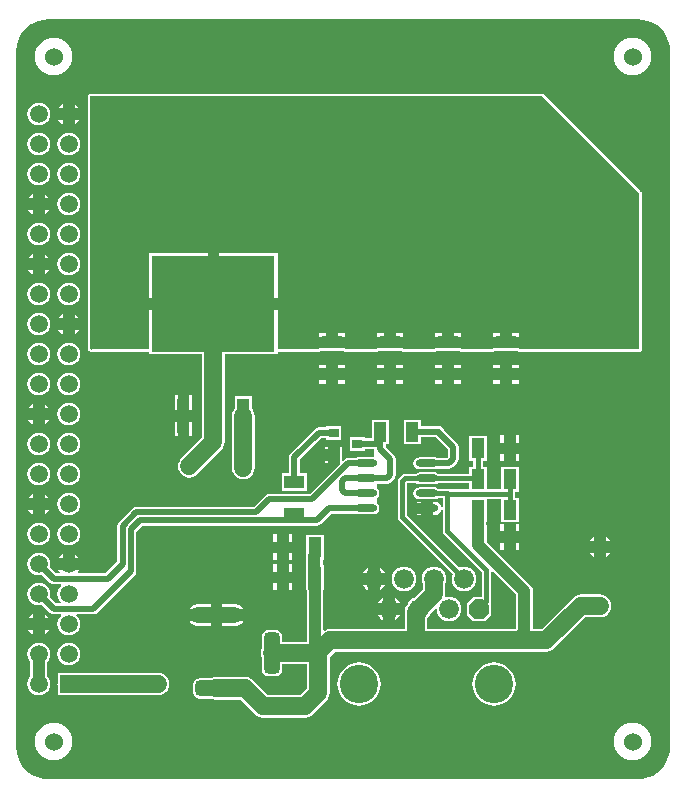
<source format=gtl>
G04 Layer_Physical_Order=1*
G04 Layer_Color=255*
%FSAX44Y44*%
%MOMM*%
G71*
G01*
G75*
%ADD10R,1.1000X1.7000*%
%ADD11R,1.7000X1.1000*%
%ADD12R,10.4500X8.1000*%
%ADD13R,1.0000X3.0000*%
%ADD14O,1.9000X0.6000*%
%ADD15R,0.9000X0.8000*%
%ADD16C,0.3810*%
%ADD17C,1.0000*%
%ADD18C,0.5080*%
%ADD19C,1.5000*%
%ADD20C,1.5240*%
%ADD21R,1.5000X1.5000*%
%ADD22C,1.5000*%
%ADD23C,3.2500*%
%ADD24P,1.8145X8X22.5*%
%ADD25C,1.6764*%
G04:AMPARAMS|DCode=26|XSize=3.5mm|YSize=1.3mm|CornerRadius=0.325mm|HoleSize=0mm|Usage=FLASHONLY|Rotation=270.000|XOffset=0mm|YOffset=0mm|HoleType=Round|Shape=RoundedRectangle|*
%AMROUNDEDRECTD26*
21,1,3.5000,0.6500,0,0,270.0*
21,1,2.8500,1.3000,0,0,270.0*
1,1,0.6500,-0.3250,-1.4250*
1,1,0.6500,-0.3250,1.4250*
1,1,0.6500,0.3250,1.4250*
1,1,0.6500,0.3250,-1.4250*
%
%ADD26ROUNDEDRECTD26*%
G04:AMPARAMS|DCode=27|XSize=3.5mm|YSize=1.3mm|CornerRadius=0.325mm|HoleSize=0mm|Usage=FLASHONLY|Rotation=180.000|XOffset=0mm|YOffset=0mm|HoleType=Round|Shape=RoundedRectangle|*
%AMROUNDEDRECTD27*
21,1,3.5000,0.6500,0,0,180.0*
21,1,2.8500,1.3000,0,0,180.0*
1,1,0.6500,-1.4250,0.3250*
1,1,0.6500,1.4250,0.3250*
1,1,0.6500,1.4250,-0.3250*
1,1,0.6500,-1.4250,-0.3250*
%
%ADD27ROUNDEDRECTD27*%
G04:AMPARAMS|DCode=28|XSize=4mm|YSize=1.3mm|CornerRadius=0.325mm|HoleSize=0mm|Usage=FLASHONLY|Rotation=180.000|XOffset=0mm|YOffset=0mm|HoleType=Round|Shape=RoundedRectangle|*
%AMROUNDEDRECTD28*
21,1,4.0000,0.6500,0,0,180.0*
21,1,3.3500,1.3000,0,0,180.0*
1,1,0.6500,-1.6750,0.3250*
1,1,0.6500,1.6750,0.3250*
1,1,0.6500,1.6750,-0.3250*
1,1,0.6500,-1.6750,-0.3250*
%
%ADD28ROUNDEDRECTD28*%
%ADD29C,0.6000*%
G36*
X00634174Y00846357D02*
X00638246Y00845379D01*
X00642115Y00843777D01*
X00645685Y00841589D01*
X00648869Y00838869D01*
X00651589Y00835685D01*
X00653777Y00832115D01*
X00655379Y00828246D01*
X00656357Y00824174D01*
X00656680Y00820070D01*
X00656666Y00820000D01*
Y00230000D01*
X00656680Y00229930D01*
X00656357Y00225826D01*
X00655379Y00221754D01*
X00653777Y00217885D01*
X00651589Y00214315D01*
X00648869Y00211131D01*
X00645685Y00208411D01*
X00642115Y00206223D01*
X00638246Y00204621D01*
X00634174Y00203643D01*
X00630070Y00203320D01*
X00630000Y00203334D01*
X00130000D01*
X00129930Y00203320D01*
X00125826Y00203643D01*
X00121754Y00204621D01*
X00117885Y00206223D01*
X00114315Y00208411D01*
X00111131Y00211131D01*
X00108411Y00214315D01*
X00106223Y00217885D01*
X00104621Y00221754D01*
X00103643Y00225826D01*
X00103320Y00229930D01*
X00103334Y00230000D01*
Y00820000D01*
X00103320Y00820070D01*
X00103643Y00824174D01*
X00104621Y00828246D01*
X00106223Y00832115D01*
X00108411Y00835685D01*
X00111131Y00838869D01*
X00114315Y00841589D01*
X00117885Y00843777D01*
X00121754Y00845379D01*
X00125826Y00846357D01*
X00129930Y00846680D01*
X00130000Y00846666D01*
X00630000D01*
X00630070Y00846680D01*
X00634174Y00846357D01*
D02*
G37*
%LPC*%
G36*
X00446160Y00427410D02*
X00442171D01*
X00442498Y00427191D01*
X00444660Y00426762D01*
X00446160D01*
Y00427410D01*
D02*
G37*
G36*
X00117300Y00431100D02*
X00113504D01*
X00113530Y00431037D01*
X00115139Y00428939D01*
X00117237Y00427330D01*
X00117300Y00427304D01*
Y00431100D01*
D02*
G37*
G36*
X00529210Y00419320D02*
X00526170D01*
Y00413280D01*
X00529210D01*
Y00419320D01*
D02*
G37*
G36*
X00147700Y00445682D02*
X00145220Y00445355D01*
X00142909Y00444398D01*
X00140925Y00442876D01*
X00139402Y00440891D01*
X00138445Y00438580D01*
X00138118Y00436100D01*
X00138445Y00433620D01*
X00139402Y00431309D01*
X00140925Y00429325D01*
X00142909Y00427802D01*
X00145220Y00426845D01*
X00147700Y00426518D01*
X00150180Y00426845D01*
X00152491Y00427802D01*
X00154475Y00429325D01*
X00155998Y00431309D01*
X00156955Y00433620D01*
X00157282Y00436100D01*
X00156955Y00438580D01*
X00155998Y00440891D01*
X00154475Y00442876D01*
X00152491Y00444398D01*
X00150180Y00445355D01*
X00147700Y00445682D01*
D02*
G37*
G36*
X00117300Y00444896D02*
X00117237Y00444870D01*
X00115139Y00443261D01*
X00113530Y00441163D01*
X00113504Y00441100D01*
X00117300D01*
Y00444896D01*
D02*
G37*
G36*
X00127300D02*
Y00441100D01*
X00131096D01*
X00131070Y00441163D01*
X00129461Y00443261D01*
X00127363Y00444870D01*
X00127300Y00444896D01*
D02*
G37*
G36*
X00131096Y00431100D02*
X00127300D01*
Y00427304D01*
X00127363Y00427330D01*
X00129461Y00428939D01*
X00131070Y00431037D01*
X00131096Y00431100D01*
D02*
G37*
G36*
X00446160Y00438059D02*
X00444660D01*
X00442498Y00437629D01*
X00442171Y00437410D01*
X00446160D01*
Y00438059D01*
D02*
G37*
G36*
X00516170Y00419320D02*
X00513130D01*
Y00413280D01*
X00516170D01*
Y00419320D01*
D02*
G37*
G36*
X00122300Y00420282D02*
X00119820Y00419955D01*
X00117509Y00418998D01*
X00115525Y00417476D01*
X00114002Y00415491D01*
X00113045Y00413180D01*
X00112718Y00410700D01*
X00113045Y00408220D01*
X00114002Y00405909D01*
X00115525Y00403925D01*
X00117509Y00402402D01*
X00119820Y00401445D01*
X00122300Y00401118D01*
X00124780Y00401445D01*
X00127091Y00402402D01*
X00129075Y00403925D01*
X00130598Y00405909D01*
X00131556Y00408220D01*
X00131882Y00410700D01*
X00131556Y00413180D01*
X00130598Y00415491D01*
X00129075Y00417476D01*
X00127091Y00418998D01*
X00124780Y00419955D01*
X00122300Y00420282D01*
D02*
G37*
G36*
X00147700D02*
X00145220Y00419955D01*
X00142909Y00418998D01*
X00140925Y00417476D01*
X00139402Y00415491D01*
X00138445Y00413180D01*
X00138118Y00410700D01*
X00138445Y00408220D01*
X00139402Y00405909D01*
X00140925Y00403925D01*
X00142909Y00402402D01*
X00145220Y00401445D01*
X00147700Y00401118D01*
X00150180Y00401445D01*
X00152491Y00402402D01*
X00154475Y00403925D01*
X00155998Y00405909D01*
X00156955Y00408220D01*
X00157282Y00410700D01*
X00156955Y00413180D01*
X00155998Y00415491D01*
X00154475Y00417476D01*
X00152491Y00418998D01*
X00150180Y00419955D01*
X00147700Y00420282D01*
D02*
G37*
G36*
X00516170Y00403280D02*
X00513130D01*
Y00397240D01*
X00516170D01*
Y00403280D01*
D02*
G37*
G36*
X00529210D02*
X00526170D01*
Y00397240D01*
X00529210D01*
Y00403280D01*
D02*
G37*
G36*
X00592500Y00408796D02*
X00592437Y00408770D01*
X00590339Y00407161D01*
X00588730Y00405063D01*
X00588704Y00405000D01*
X00592500D01*
Y00408796D01*
D02*
G37*
G36*
X00602500D02*
Y00405000D01*
X00606296D01*
X00606270Y00405063D01*
X00604661Y00407161D01*
X00602563Y00408770D01*
X00602500Y00408796D01*
D02*
G37*
G36*
X00324070Y00410430D02*
X00321030D01*
Y00404390D01*
X00324070D01*
Y00410430D01*
D02*
G37*
G36*
X00337110D02*
X00334070D01*
Y00404390D01*
X00337110D01*
Y00410430D01*
D02*
G37*
G36*
X00516170Y00494250D02*
X00513130D01*
Y00488210D01*
X00516170D01*
Y00494250D01*
D02*
G37*
G36*
X00529210D02*
X00526170D01*
Y00488210D01*
X00529210D01*
Y00494250D01*
D02*
G37*
G36*
X00147700Y00496482D02*
X00145220Y00496156D01*
X00142909Y00495198D01*
X00140925Y00493675D01*
X00139402Y00491691D01*
X00138445Y00489380D01*
X00138118Y00486900D01*
X00138445Y00484420D01*
X00139402Y00482109D01*
X00140925Y00480125D01*
X00142909Y00478602D01*
X00145220Y00477645D01*
X00147700Y00477318D01*
X00150180Y00477645D01*
X00152491Y00478602D01*
X00154475Y00480125D01*
X00155998Y00482109D01*
X00156955Y00484420D01*
X00157282Y00486900D01*
X00156955Y00489380D01*
X00155998Y00491691D01*
X00154475Y00493675D01*
X00152491Y00495198D01*
X00150180Y00496156D01*
X00147700Y00496482D01*
D02*
G37*
G36*
X00366940Y00484060D02*
X00364900D01*
Y00482520D01*
X00366940D01*
Y00484060D01*
D02*
G37*
G36*
X00252320Y00505840D02*
X00249780D01*
Y00493300D01*
X00252320D01*
Y00505840D01*
D02*
G37*
G36*
X00378440Y00502520D02*
X00365440D01*
Y00501149D01*
X00359690D01*
X00359690Y00501149D01*
X00357919Y00500797D01*
X00356417Y00499793D01*
X00356417Y00499793D01*
X00335487Y00478863D01*
X00334483Y00477361D01*
X00334131Y00475590D01*
X00334131Y00475590D01*
Y00462300D01*
X00328260D01*
Y00447300D01*
X00349260D01*
Y00462300D01*
X00343389D01*
Y00473673D01*
X00361607Y00491891D01*
X00365440D01*
Y00490520D01*
X00378440D01*
Y00502520D01*
D02*
G37*
G36*
X00419120Y00507680D02*
X00404120D01*
Y00491649D01*
X00398440D01*
Y00493020D01*
X00385440D01*
Y00481020D01*
X00398440D01*
Y00482391D01*
X00406070D01*
Y00476010D01*
X00405580Y00475608D01*
X00392580D01*
X00390629Y00475220D01*
X00390508Y00475139D01*
X00384480D01*
X00382709Y00474787D01*
X00381207Y00473783D01*
X00381207Y00473783D01*
X00380153Y00472730D01*
X00378980Y00473216D01*
Y00484060D01*
X00376940D01*
Y00477520D01*
Y00470508D01*
X00377230Y00469807D01*
X00352083Y00444659D01*
X00317170D01*
X00317170Y00444659D01*
X00315399Y00444307D01*
X00313897Y00443303D01*
X00313897Y00443303D01*
X00304553Y00433959D01*
X00205018D01*
X00205017Y00433959D01*
X00203246Y00433607D01*
X00201744Y00432603D01*
X00201744Y00432603D01*
X00189977Y00420836D01*
X00188973Y00419334D01*
X00188621Y00417563D01*
X00188621Y00417562D01*
Y00387217D01*
X00178753Y00377349D01*
X00155838D01*
X00155229Y00378619D01*
X00156470Y00380237D01*
X00156496Y00380300D01*
X00147700D01*
X00138904D01*
X00138930Y00380237D01*
X00140171Y00378619D01*
X00139562Y00377349D01*
X00136797D01*
X00131488Y00382658D01*
X00131556Y00382820D01*
X00131882Y00385300D01*
X00131556Y00387780D01*
X00130598Y00390091D01*
X00129075Y00392076D01*
X00127091Y00393598D01*
X00124780Y00394556D01*
X00122300Y00394882D01*
X00119820Y00394556D01*
X00117509Y00393598D01*
X00115525Y00392076D01*
X00114002Y00390091D01*
X00113045Y00387780D01*
X00112718Y00385300D01*
X00113045Y00382820D01*
X00114002Y00380509D01*
X00115525Y00378525D01*
X00117509Y00377002D01*
X00119820Y00376045D01*
X00122300Y00375718D01*
X00124780Y00376045D01*
X00124942Y00376112D01*
X00131607Y00369447D01*
X00133109Y00368443D01*
X00134880Y00368091D01*
X00134880Y00368091D01*
X00140794D01*
X00141202Y00366888D01*
X00140925Y00366675D01*
X00139402Y00364691D01*
X00138445Y00362380D01*
X00138118Y00359900D01*
X00138445Y00357420D01*
X00139402Y00355109D01*
X00140852Y00353219D01*
X00140723Y00352532D01*
X00140526Y00351949D01*
X00136797D01*
X00131488Y00357258D01*
X00131556Y00357420D01*
X00131882Y00359900D01*
X00131556Y00362380D01*
X00130598Y00364691D01*
X00129075Y00366675D01*
X00127091Y00368198D01*
X00124780Y00369156D01*
X00122300Y00369482D01*
X00119820Y00369156D01*
X00117509Y00368198D01*
X00115525Y00366675D01*
X00114002Y00364691D01*
X00113045Y00362380D01*
X00112718Y00359900D01*
X00113045Y00357420D01*
X00114002Y00355109D01*
X00115525Y00353125D01*
X00117509Y00351602D01*
X00119820Y00350645D01*
X00122300Y00350318D01*
X00124780Y00350645D01*
X00124942Y00350712D01*
X00131607Y00344047D01*
X00133109Y00343043D01*
X00134880Y00342691D01*
X00134880Y00342691D01*
X00140794D01*
X00141202Y00341488D01*
X00140925Y00341275D01*
X00139402Y00339291D01*
X00138445Y00336980D01*
X00138118Y00334500D01*
X00138445Y00332020D01*
X00139402Y00329709D01*
X00140925Y00327725D01*
X00142909Y00326202D01*
X00145220Y00325245D01*
X00147700Y00324918D01*
X00150180Y00325245D01*
X00152491Y00326202D01*
X00154475Y00327725D01*
X00155998Y00329709D01*
X00156955Y00332020D01*
X00157282Y00334500D01*
X00156955Y00336980D01*
X00155998Y00339291D01*
X00154475Y00341275D01*
X00154198Y00341488D01*
X00154606Y00342691D01*
X00168580D01*
X00168580Y00342691D01*
X00170351Y00343043D01*
X00171853Y00344047D01*
X00203603Y00375797D01*
X00204607Y00377299D01*
X00204959Y00379070D01*
X00204959Y00379070D01*
Y00412713D01*
X00209867Y00417621D01*
X00357810D01*
X00357810Y00417621D01*
X00359581Y00417973D01*
X00361083Y00418977D01*
X00369887Y00427781D01*
X00390508D01*
X00390629Y00427700D01*
X00392580Y00427312D01*
X00405580D01*
X00407531Y00427700D01*
X00409185Y00428805D01*
X00410290Y00430459D01*
X00410678Y00432410D01*
X00410290Y00434361D01*
X00409185Y00436015D01*
X00408290Y00436613D01*
Y00440907D01*
X00409185Y00441505D01*
X00410290Y00443159D01*
X00410678Y00445110D01*
X00410290Y00447061D01*
X00409185Y00448715D01*
X00408290Y00449313D01*
Y00453181D01*
X00417500D01*
X00417500Y00453181D01*
X00419271Y00453533D01*
X00420773Y00454537D01*
X00423313Y00457077D01*
X00423313Y00457077D01*
X00424317Y00458579D01*
X00424669Y00460350D01*
Y00474320D01*
X00424669Y00474320D01*
X00424317Y00476091D01*
X00423313Y00477593D01*
X00423313Y00477593D01*
X00416249Y00484657D01*
Y00486680D01*
X00419120D01*
Y00507680D01*
D02*
G37*
G36*
X00239780Y00505840D02*
X00237240D01*
Y00493300D01*
X00239780D01*
Y00505840D01*
D02*
G37*
G36*
X00122300Y00496482D02*
X00119820Y00496156D01*
X00117509Y00495198D01*
X00115525Y00493675D01*
X00114002Y00491691D01*
X00113045Y00489380D01*
X00112718Y00486900D01*
X00113045Y00484420D01*
X00114002Y00482109D01*
X00115525Y00480125D01*
X00117509Y00478602D01*
X00119820Y00477645D01*
X00122300Y00477318D01*
X00124780Y00477645D01*
X00127091Y00478602D01*
X00129075Y00480125D01*
X00130598Y00482109D01*
X00131556Y00484420D01*
X00131882Y00486900D01*
X00131556Y00489380D01*
X00130598Y00491691D01*
X00129075Y00493675D01*
X00127091Y00495198D01*
X00124780Y00496156D01*
X00122300Y00496482D01*
D02*
G37*
G36*
X00302580Y00527840D02*
X00288580D01*
Y00517323D01*
X00287282Y00515631D01*
X00286325Y00513320D01*
X00285998Y00510840D01*
Y00487020D01*
Y00476860D01*
Y00466700D01*
X00286325Y00464220D01*
X00287282Y00461909D01*
X00288805Y00459925D01*
X00290789Y00458402D01*
X00293100Y00457445D01*
X00295580Y00457118D01*
X00298060Y00457445D01*
X00300371Y00458402D01*
X00302355Y00459925D01*
X00303878Y00461909D01*
X00304835Y00464220D01*
X00305162Y00466700D01*
Y00476860D01*
Y00487020D01*
Y00510840D01*
X00304835Y00513320D01*
X00303878Y00515631D01*
X00302580Y00517323D01*
Y00527840D01*
D02*
G37*
G36*
X00501670Y00493710D02*
X00486670D01*
Y00472710D01*
X00490188D01*
Y00467675D01*
X00486670D01*
Y00461791D01*
X00460701D01*
X00459611Y00462520D01*
X00457660Y00462908D01*
X00444660D01*
X00442709Y00462520D01*
X00441619Y00461791D01*
X00432740D01*
X00431216Y00461488D01*
X00429925Y00460625D01*
X00427385Y00458085D01*
X00426522Y00456794D01*
X00426218Y00455270D01*
Y00424800D01*
X00426522Y00423276D01*
X00427385Y00421985D01*
X00472685Y00376685D01*
X00472165Y00375430D01*
X00471808Y00372720D01*
X00472165Y00370010D01*
X00473211Y00367484D01*
X00474875Y00365316D01*
X00477044Y00363651D01*
X00479570Y00362605D01*
X00482280Y00362248D01*
X00484990Y00362605D01*
X00487516Y00363651D01*
X00489684Y00365316D01*
X00491349Y00367484D01*
X00492395Y00370010D01*
X00492752Y00372720D01*
X00492395Y00375430D01*
X00491349Y00377956D01*
X00489684Y00380125D01*
X00487516Y00381789D01*
X00484990Y00382835D01*
X00482280Y00383192D01*
X00479570Y00382835D01*
X00478316Y00382315D01*
X00434182Y00426449D01*
Y00453621D01*
X00434389Y00453829D01*
X00441619D01*
X00442709Y00453100D01*
X00444660Y00452712D01*
X00457660D01*
X00459611Y00453100D01*
X00460701Y00453829D01*
X00486670D01*
Y00448751D01*
X00469879D01*
X00469824Y00448788D01*
X00468300Y00449091D01*
X00460701D01*
X00459611Y00449820D01*
X00457660Y00450208D01*
X00444660D01*
X00442709Y00449820D01*
X00441055Y00448715D01*
X00439950Y00447061D01*
X00439562Y00445110D01*
X00439950Y00443159D01*
X00441055Y00441505D01*
X00442709Y00440400D01*
X00444660Y00440012D01*
X00457660D01*
X00459611Y00440400D01*
X00460701Y00441129D01*
X00464319D01*
Y00433842D01*
X00463049Y00433717D01*
X00462879Y00434572D01*
X00461654Y00436404D01*
X00459822Y00437629D01*
X00457660Y00438059D01*
X00456160D01*
Y00432410D01*
Y00426762D01*
X00457660D01*
X00459822Y00427191D01*
X00461654Y00428416D01*
X00462879Y00430248D01*
X00463049Y00431103D01*
X00464319Y00430978D01*
Y00413360D01*
X00464622Y00411836D01*
X00465485Y00410545D01*
X00497338Y00378691D01*
Y00357702D01*
X00489789D01*
X00484598Y00352511D01*
Y00342129D01*
X00489789Y00336938D01*
X00500171D01*
X00505362Y00342129D01*
Y00352511D01*
X00505121Y00352752D01*
X00505302Y00353660D01*
Y00378548D01*
X00506572Y00379074D01*
X00526480Y00359165D01*
Y00330756D01*
X00525340Y00330079D01*
X00524180Y00330232D01*
X00456956D01*
X00456880Y00330242D01*
X00456804Y00330232D01*
X00451212D01*
Y00339630D01*
X00451585Y00339916D01*
X00453249Y00342084D01*
X00453782Y00343371D01*
X00457953Y00347542D01*
X00459157Y00346950D01*
X00459465Y00344610D01*
X00460511Y00342084D01*
X00462175Y00339916D01*
X00464344Y00338251D01*
X00466870Y00337205D01*
X00469580Y00336848D01*
X00472290Y00337205D01*
X00474816Y00338251D01*
X00476984Y00339916D01*
X00478649Y00342084D01*
X00479695Y00344610D01*
X00480052Y00347320D01*
X00479695Y00350030D01*
X00478649Y00352556D01*
X00476984Y00354725D01*
X00474816Y00356389D01*
X00472290Y00357435D01*
X00469580Y00357792D01*
X00467412Y00357506D01*
X00466401Y00358316D01*
X00466270Y00358561D01*
X00466462Y00360020D01*
Y00368723D01*
X00466995Y00370010D01*
X00467352Y00372720D01*
X00466995Y00375430D01*
X00465949Y00377956D01*
X00464285Y00380125D01*
X00462116Y00381789D01*
X00459590Y00382835D01*
X00456880Y00383192D01*
X00454170Y00382835D01*
X00451644Y00381789D01*
X00449476Y00380125D01*
X00447811Y00377956D01*
X00446765Y00375430D01*
X00446408Y00372720D01*
X00446765Y00370010D01*
X00447298Y00368723D01*
Y00363989D01*
X00440231Y00356922D01*
X00438944Y00356389D01*
X00436776Y00354725D01*
X00435111Y00352556D01*
X00434503Y00351087D01*
X00433332Y00349561D01*
X00432374Y00347250D01*
X00432048Y00344770D01*
Y00330232D01*
X00369240D01*
X00366760Y00329906D01*
X00364449Y00328948D01*
X00364269Y00328810D01*
X00363130Y00329372D01*
Y00363490D01*
X00363570D01*
Y00384490D01*
X00362780D01*
Y00388890D01*
X00363570D01*
Y00409890D01*
X00348570D01*
Y00388890D01*
X00348660D01*
Y00384490D01*
X00348570D01*
Y00363490D01*
X00348955D01*
X00349010Y00363358D01*
Y00319592D01*
X00328323D01*
Y00324260D01*
X00327915Y00326308D01*
X00326755Y00328045D01*
X00325019Y00329205D01*
X00322970Y00329613D01*
X00316470D01*
X00314422Y00329205D01*
X00312685Y00328045D01*
X00311525Y00326308D01*
X00311117Y00324260D01*
Y00314065D01*
X00310465Y00312490D01*
X00310138Y00310010D01*
X00310465Y00307530D01*
X00311117Y00305954D01*
Y00295760D01*
X00311525Y00293712D01*
X00312685Y00291975D01*
X00314422Y00290815D01*
X00316470Y00290407D01*
X00322970D01*
X00325019Y00290815D01*
X00326755Y00291975D01*
X00327915Y00293712D01*
X00328323Y00295760D01*
Y00300428D01*
X00349498D01*
Y00288900D01*
Y00280169D01*
X00343681Y00274352D01*
X00316059D01*
X00303626Y00286786D01*
X00301641Y00288308D01*
X00299330Y00289265D01*
X00296850Y00289592D01*
X00272720D01*
X00270240Y00289265D01*
X00268664Y00288613D01*
X00258470D01*
X00256422Y00288205D01*
X00254685Y00287045D01*
X00253525Y00285308D01*
X00253117Y00283260D01*
Y00276760D01*
X00253525Y00274712D01*
X00254685Y00272975D01*
X00256422Y00271815D01*
X00258470Y00271407D01*
X00268664D01*
X00270240Y00270755D01*
X00272720Y00270428D01*
X00292881D01*
X00305315Y00257995D01*
X00307299Y00256472D01*
X00309610Y00255515D01*
X00312090Y00255188D01*
X00347650D01*
X00350130Y00255515D01*
X00352441Y00256472D01*
X00354426Y00257995D01*
X00365855Y00269425D01*
X00367378Y00271409D01*
X00368335Y00273720D01*
X00368662Y00276200D01*
Y00288900D01*
Y00300330D01*
Y00306521D01*
X00373209Y00311068D01*
X00524180D01*
X00525450Y00311235D01*
X00526720Y00311068D01*
X00552120D01*
X00554600Y00311395D01*
X00556911Y00312352D01*
X00558895Y00313875D01*
X00585439Y00340418D01*
X00597500D01*
X00599980Y00340745D01*
X00602291Y00341702D01*
X00604275Y00343225D01*
X00605798Y00345209D01*
X00606755Y00347520D01*
X00607082Y00350000D01*
X00606755Y00352480D01*
X00605798Y00354791D01*
X00604275Y00356776D01*
X00602291Y00358298D01*
X00599980Y00359255D01*
X00597500Y00359582D01*
X00581470D01*
X00578990Y00359255D01*
X00576679Y00358298D01*
X00574695Y00356776D01*
X00548151Y00330232D01*
X00540600D01*
Y00362090D01*
X00540360Y00363917D01*
X00539655Y00365620D01*
X00538532Y00367082D01*
X00501670Y00403945D01*
Y00418780D01*
X00501230D01*
Y00420640D01*
X00501670D01*
Y00440788D01*
X00513670D01*
Y00420640D01*
X00528670D01*
Y00441640D01*
X00525621D01*
Y00446675D01*
X00528670D01*
Y00467675D01*
X00513670D01*
Y00448751D01*
X00501670D01*
Y00467675D01*
X00498152D01*
Y00472710D01*
X00501670D01*
Y00493710D01*
D02*
G37*
G36*
X00122300Y00471082D02*
X00119820Y00470756D01*
X00117509Y00469798D01*
X00115525Y00468275D01*
X00114002Y00466291D01*
X00113045Y00463980D01*
X00112718Y00461500D01*
X00113045Y00459020D01*
X00114002Y00456709D01*
X00115525Y00454725D01*
X00117509Y00453202D01*
X00119820Y00452245D01*
X00122300Y00451918D01*
X00124780Y00452245D01*
X00127091Y00453202D01*
X00129075Y00454725D01*
X00130598Y00456709D01*
X00131556Y00459020D01*
X00131882Y00461500D01*
X00131556Y00463980D01*
X00130598Y00466291D01*
X00129075Y00468275D01*
X00127091Y00469798D01*
X00124780Y00470756D01*
X00122300Y00471082D01*
D02*
G37*
G36*
X00147700D02*
X00145220Y00470756D01*
X00142909Y00469798D01*
X00140925Y00468275D01*
X00139402Y00466291D01*
X00138445Y00463980D01*
X00138118Y00461500D01*
X00138445Y00459020D01*
X00139402Y00456709D01*
X00140925Y00454725D01*
X00142909Y00453202D01*
X00145220Y00452245D01*
X00147700Y00451918D01*
X00150180Y00452245D01*
X00152491Y00453202D01*
X00154475Y00454725D01*
X00155998Y00456709D01*
X00156955Y00459020D01*
X00157282Y00461500D01*
X00156955Y00463980D01*
X00155998Y00466291D01*
X00154475Y00468275D01*
X00152491Y00469798D01*
X00150180Y00470756D01*
X00147700Y00471082D01*
D02*
G37*
G36*
X00529210Y00478210D02*
X00526170D01*
Y00472170D01*
X00529210D01*
Y00478210D01*
D02*
G37*
G36*
X00446120Y00507680D02*
X00431120D01*
Y00486680D01*
X00446120D01*
Y00492551D01*
X00458608D01*
X00458729Y00492470D01*
X00458872Y00492442D01*
X00468751Y00482563D01*
Y00476237D01*
X00467653Y00475139D01*
X00459732D01*
X00459611Y00475220D01*
X00457660Y00475608D01*
X00444660D01*
X00442709Y00475220D01*
X00441055Y00474115D01*
X00439950Y00472461D01*
X00439562Y00470510D01*
X00439950Y00468559D01*
X00441055Y00466905D01*
X00442709Y00465800D01*
X00444660Y00465412D01*
X00457660D01*
X00459611Y00465800D01*
X00459732Y00465881D01*
X00469570D01*
X00469570Y00465881D01*
X00471341Y00466233D01*
X00472843Y00467237D01*
X00476653Y00471047D01*
X00477657Y00472549D01*
X00478009Y00474320D01*
X00478009Y00474320D01*
Y00484480D01*
X00478009Y00484480D01*
X00477657Y00486251D01*
X00476653Y00487753D01*
X00476653Y00487753D01*
X00465418Y00498988D01*
X00465390Y00499131D01*
X00464285Y00500785D01*
X00462631Y00501890D01*
X00460680Y00502278D01*
X00458729Y00501890D01*
X00458608Y00501809D01*
X00446120D01*
Y00507680D01*
D02*
G37*
G36*
X00366940Y00472520D02*
X00364900D01*
Y00470980D01*
X00366940D01*
Y00472520D01*
D02*
G37*
G36*
X00516170Y00478210D02*
X00513130D01*
Y00472170D01*
X00516170D01*
Y00478210D01*
D02*
G37*
G36*
X00413780Y00342320D02*
X00409029D01*
X00409240Y00341812D01*
X00410990Y00339530D01*
X00413272Y00337780D01*
X00413780Y00337569D01*
Y00342320D01*
D02*
G37*
G36*
X00428531D02*
X00423780D01*
Y00337569D01*
X00424288Y00337780D01*
X00426570Y00339530D01*
X00428320Y00341812D01*
X00428531Y00342320D01*
D02*
G37*
G36*
X00267720Y00337010D02*
X00250415D01*
X00250516Y00336501D01*
X00251796Y00334586D01*
X00253711Y00333306D01*
X00255970Y00332857D01*
X00267720D01*
Y00337010D01*
D02*
G37*
G36*
X00295025D02*
X00277720D01*
Y00332857D01*
X00289470D01*
X00291729Y00333306D01*
X00293644Y00334586D01*
X00294924Y00336501D01*
X00295025Y00337010D01*
D02*
G37*
G36*
X00267720Y00351163D02*
X00255970D01*
X00253711Y00350714D01*
X00251796Y00349434D01*
X00250516Y00347519D01*
X00250415Y00347010D01*
X00267720D01*
Y00351163D01*
D02*
G37*
G36*
X00289470D02*
X00277720D01*
Y00347010D01*
X00295025D01*
X00294924Y00347519D01*
X00293644Y00349434D01*
X00291729Y00350714D01*
X00289470Y00351163D01*
D02*
G37*
G36*
X00117300Y00343296D02*
X00117237Y00343270D01*
X00115139Y00341661D01*
X00113530Y00339563D01*
X00113504Y00339500D01*
X00117300D01*
Y00343296D01*
D02*
G37*
G36*
X00127300D02*
Y00339500D01*
X00131096D01*
X00131070Y00339563D01*
X00129461Y00341661D01*
X00127363Y00343270D01*
X00127300Y00343296D01*
D02*
G37*
G36*
X00131096Y00329500D02*
X00127300D01*
Y00325704D01*
X00127363Y00325730D01*
X00129461Y00327339D01*
X00131070Y00329437D01*
X00131096Y00329500D01*
D02*
G37*
G36*
X00393360Y00302158D02*
X00389782Y00301806D01*
X00386342Y00300762D01*
X00383172Y00299068D01*
X00380393Y00296787D01*
X00378112Y00294008D01*
X00376418Y00290838D01*
X00375374Y00287398D01*
X00375022Y00283820D01*
X00375374Y00280242D01*
X00376418Y00276802D01*
X00378112Y00273632D01*
X00380393Y00270853D01*
X00383172Y00268572D01*
X00386342Y00266878D01*
X00389782Y00265834D01*
X00393360Y00265482D01*
X00396938Y00265834D01*
X00400378Y00266878D01*
X00403548Y00268572D01*
X00406327Y00270853D01*
X00408608Y00273632D01*
X00410302Y00276802D01*
X00411346Y00280242D01*
X00411698Y00283820D01*
X00411346Y00287398D01*
X00410302Y00290838D01*
X00408608Y00294008D01*
X00406327Y00296787D01*
X00403548Y00299068D01*
X00400378Y00300762D01*
X00396938Y00301806D01*
X00393360Y00302158D01*
D02*
G37*
G36*
X00507680D02*
X00504102Y00301806D01*
X00500662Y00300762D01*
X00497492Y00299068D01*
X00494713Y00296787D01*
X00492432Y00294008D01*
X00490738Y00290838D01*
X00489694Y00287398D01*
X00489342Y00283820D01*
X00489694Y00280242D01*
X00490738Y00276802D01*
X00492432Y00273632D01*
X00494713Y00270853D01*
X00497492Y00268572D01*
X00500662Y00266878D01*
X00504102Y00265834D01*
X00507680Y00265482D01*
X00511258Y00265834D01*
X00514698Y00266878D01*
X00517868Y00268572D01*
X00520647Y00270853D01*
X00522928Y00273632D01*
X00524622Y00276802D01*
X00525666Y00280242D01*
X00526018Y00283820D01*
X00525666Y00287398D01*
X00524622Y00290838D01*
X00522928Y00294008D01*
X00520647Y00296787D01*
X00517868Y00299068D01*
X00514698Y00300762D01*
X00511258Y00301806D01*
X00507680Y00302158D01*
D02*
G37*
G36*
X00135000Y00250826D02*
X00131912Y00250522D01*
X00128944Y00249622D01*
X00126207Y00248159D01*
X00123809Y00246191D01*
X00121841Y00243793D01*
X00120379Y00241056D01*
X00119478Y00238088D01*
X00119174Y00235000D01*
X00119478Y00231912D01*
X00120379Y00228944D01*
X00121841Y00226207D01*
X00123809Y00223809D01*
X00126207Y00221841D01*
X00128944Y00220378D01*
X00131912Y00219478D01*
X00135000Y00219174D01*
X00138088Y00219478D01*
X00141056Y00220378D01*
X00143793Y00221841D01*
X00146191Y00223809D01*
X00148159Y00226207D01*
X00149621Y00228944D01*
X00150522Y00231912D01*
X00150826Y00235000D01*
X00150522Y00238088D01*
X00149621Y00241056D01*
X00148159Y00243793D01*
X00146191Y00246191D01*
X00143793Y00248159D01*
X00141056Y00249622D01*
X00138088Y00250522D01*
X00135000Y00250826D01*
D02*
G37*
G36*
X00625000D02*
X00621912Y00250522D01*
X00618944Y00249622D01*
X00616207Y00248159D01*
X00613809Y00246191D01*
X00611841Y00243793D01*
X00610378Y00241056D01*
X00609478Y00238088D01*
X00609174Y00235000D01*
X00609478Y00231912D01*
X00610378Y00228944D01*
X00611841Y00226207D01*
X00613809Y00223809D01*
X00616207Y00221841D01*
X00618944Y00220378D01*
X00621912Y00219478D01*
X00625000Y00219174D01*
X00628088Y00219478D01*
X00631056Y00220378D01*
X00633793Y00221841D01*
X00636191Y00223809D01*
X00638159Y00226207D01*
X00639622Y00228944D01*
X00640522Y00231912D01*
X00640826Y00235000D01*
X00640522Y00238088D01*
X00639622Y00241056D01*
X00638159Y00243793D01*
X00636191Y00246191D01*
X00633793Y00248159D01*
X00631056Y00249622D01*
X00628088Y00250522D01*
X00625000Y00250826D01*
D02*
G37*
G36*
X00147700Y00318682D02*
X00145220Y00318356D01*
X00142909Y00317398D01*
X00140925Y00315875D01*
X00139402Y00313891D01*
X00138445Y00311580D01*
X00138118Y00309100D01*
X00138445Y00306620D01*
X00139402Y00304309D01*
X00140925Y00302325D01*
X00142909Y00300802D01*
X00145220Y00299845D01*
X00147700Y00299518D01*
X00150180Y00299845D01*
X00152491Y00300802D01*
X00154475Y00302325D01*
X00155998Y00304309D01*
X00156955Y00306620D01*
X00157282Y00309100D01*
X00156955Y00311580D01*
X00155998Y00313891D01*
X00154475Y00315875D01*
X00152491Y00317398D01*
X00150180Y00318356D01*
X00147700Y00318682D01*
D02*
G37*
G36*
X00117300Y00329500D02*
X00113504D01*
X00113530Y00329437D01*
X00115139Y00327339D01*
X00117237Y00325730D01*
X00117300Y00325704D01*
Y00329500D01*
D02*
G37*
G36*
X00122300Y00318682D02*
X00119820Y00318356D01*
X00117509Y00317398D01*
X00115525Y00315875D01*
X00114002Y00313891D01*
X00113045Y00311580D01*
X00112718Y00309100D01*
X00113045Y00306620D01*
X00114002Y00304309D01*
X00115240Y00302696D01*
Y00290104D01*
X00114002Y00288491D01*
X00113045Y00286180D01*
X00112718Y00283700D01*
X00113045Y00281220D01*
X00114002Y00278909D01*
X00115525Y00276925D01*
X00117509Y00275402D01*
X00119820Y00274445D01*
X00122300Y00274118D01*
X00124780Y00274445D01*
X00127091Y00275402D01*
X00129075Y00276925D01*
X00130598Y00278909D01*
X00131556Y00281220D01*
X00131882Y00283700D01*
X00131556Y00286180D01*
X00130598Y00288491D01*
X00129360Y00290104D01*
Y00302696D01*
X00130598Y00304309D01*
X00131556Y00306620D01*
X00131882Y00309100D01*
X00131556Y00311580D01*
X00130598Y00313891D01*
X00129075Y00315875D01*
X00127091Y00317398D01*
X00124780Y00318356D01*
X00122300Y00318682D01*
D02*
G37*
G36*
X00223190Y00293402D02*
X00222279Y00293282D01*
X00147700D01*
X00147077Y00293200D01*
X00138200D01*
Y00284323D01*
X00138118Y00283700D01*
X00138200Y00283077D01*
Y00274200D01*
X00147077D01*
X00147700Y00274118D01*
X00223070D01*
X00225550Y00274445D01*
X00227861Y00275402D01*
X00229846Y00276925D01*
X00229965Y00277045D01*
X00231488Y00279029D01*
X00232446Y00281340D01*
X00232772Y00283820D01*
X00232446Y00286300D01*
X00231488Y00288611D01*
X00229965Y00290595D01*
X00227981Y00292118D01*
X00225670Y00293076D01*
X00223190Y00293402D01*
D02*
G37*
G36*
X00324070Y00394390D02*
X00321030D01*
Y00388350D01*
X00324070D01*
Y00394390D01*
D02*
G37*
G36*
X00337110D02*
X00334070D01*
Y00388350D01*
X00337110D01*
Y00394390D01*
D02*
G37*
G36*
X00324070Y00385030D02*
X00321030D01*
Y00378990D01*
X00324070D01*
Y00385030D01*
D02*
G37*
G36*
X00337110D02*
X00334070D01*
Y00378990D01*
X00337110D01*
Y00385030D01*
D02*
G37*
G36*
X00592500Y00395000D02*
X00588704D01*
X00588730Y00394937D01*
X00590339Y00392839D01*
X00592437Y00391230D01*
X00592500Y00391204D01*
Y00395000D01*
D02*
G37*
G36*
X00606296D02*
X00602500D01*
Y00391204D01*
X00602563Y00391230D01*
X00604661Y00392839D01*
X00606270Y00394937D01*
X00606296Y00395000D01*
D02*
G37*
G36*
X00142700Y00394096D02*
X00142637Y00394070D01*
X00140539Y00392461D01*
X00138930Y00390363D01*
X00138904Y00390300D01*
X00142700D01*
Y00394096D01*
D02*
G37*
G36*
X00152700D02*
Y00390300D01*
X00156496D01*
X00156470Y00390363D01*
X00154861Y00392461D01*
X00152763Y00394070D01*
X00152700Y00394096D01*
D02*
G37*
G36*
X00411080Y00382471D02*
Y00377720D01*
X00415831D01*
X00415620Y00378228D01*
X00413870Y00380510D01*
X00411588Y00382260D01*
X00411080Y00382471D01*
D02*
G37*
G36*
X00431480Y00383192D02*
X00428770Y00382835D01*
X00426244Y00381789D01*
X00424076Y00380125D01*
X00422411Y00377956D01*
X00421365Y00375430D01*
X00421008Y00372720D01*
X00421365Y00370010D01*
X00422411Y00367484D01*
X00424076Y00365316D01*
X00426244Y00363651D01*
X00428770Y00362605D01*
X00431480Y00362248D01*
X00434190Y00362605D01*
X00436716Y00363651D01*
X00438885Y00365316D01*
X00440549Y00367484D01*
X00441595Y00370010D01*
X00441952Y00372720D01*
X00441595Y00375430D01*
X00440549Y00377956D01*
X00438885Y00380125D01*
X00436716Y00381789D01*
X00434190Y00382835D01*
X00431480Y00383192D01*
D02*
G37*
G36*
X00324070Y00368990D02*
X00321030D01*
Y00362950D01*
X00324070D01*
Y00368990D01*
D02*
G37*
G36*
X00413780Y00357071D02*
X00413272Y00356860D01*
X00410990Y00355110D01*
X00409240Y00352828D01*
X00409029Y00352320D01*
X00413780D01*
Y00357071D01*
D02*
G37*
G36*
X00423780D02*
Y00352320D01*
X00428531D01*
X00428320Y00352828D01*
X00426570Y00355110D01*
X00424288Y00356860D01*
X00423780Y00357071D01*
D02*
G37*
G36*
X00415831Y00367720D02*
X00411080D01*
Y00362969D01*
X00411588Y00363180D01*
X00413870Y00364930D01*
X00415620Y00367212D01*
X00415831Y00367720D01*
D02*
G37*
G36*
X00401080Y00382471D02*
X00400572Y00382260D01*
X00398290Y00380510D01*
X00396540Y00378228D01*
X00396329Y00377720D01*
X00401080D01*
Y00382471D01*
D02*
G37*
G36*
X00337110Y00368990D02*
X00334070D01*
Y00362950D01*
X00337110D01*
Y00368990D01*
D02*
G37*
G36*
X00401080Y00367720D02*
X00396329D01*
X00396540Y00367212D01*
X00398290Y00364930D01*
X00400572Y00363180D01*
X00401080Y00362969D01*
Y00367720D01*
D02*
G37*
G36*
X00147700Y00521882D02*
X00145220Y00521555D01*
X00142909Y00520598D01*
X00140925Y00519076D01*
X00139402Y00517091D01*
X00138445Y00514780D01*
X00138118Y00512300D01*
X00138445Y00509820D01*
X00139402Y00507509D01*
X00140925Y00505525D01*
X00142909Y00504002D01*
X00145220Y00503045D01*
X00147700Y00502718D01*
X00150180Y00503045D01*
X00152491Y00504002D01*
X00154475Y00505525D01*
X00155998Y00507509D01*
X00156955Y00509820D01*
X00157282Y00512300D01*
X00156955Y00514780D01*
X00155998Y00517091D01*
X00154475Y00519076D01*
X00152491Y00520598D01*
X00150180Y00521555D01*
X00147700Y00521882D01*
D02*
G37*
G36*
X00156496Y00583500D02*
X00152700D01*
Y00579704D01*
X00152763Y00579730D01*
X00154861Y00581339D01*
X00156470Y00583437D01*
X00156496Y00583500D01*
D02*
G37*
G36*
X00142700D02*
X00138904D01*
X00138930Y00583437D01*
X00140539Y00581339D01*
X00142637Y00579730D01*
X00142700Y00579704D01*
Y00583500D01*
D02*
G37*
G36*
X00122300Y00598082D02*
X00119820Y00597756D01*
X00117509Y00596798D01*
X00115525Y00595275D01*
X00114002Y00593291D01*
X00113045Y00590980D01*
X00112718Y00588500D01*
X00113045Y00586020D01*
X00114002Y00583709D01*
X00115525Y00581725D01*
X00117509Y00580202D01*
X00119820Y00579245D01*
X00122300Y00578918D01*
X00124780Y00579245D01*
X00127091Y00580202D01*
X00129075Y00581725D01*
X00130598Y00583709D01*
X00131556Y00586020D01*
X00131882Y00588500D01*
X00131556Y00590980D01*
X00130598Y00593291D01*
X00129075Y00595275D01*
X00127091Y00596798D01*
X00124780Y00597756D01*
X00122300Y00598082D01*
D02*
G37*
G36*
X00142700Y00597296D02*
X00142637Y00597270D01*
X00140539Y00595661D01*
X00138930Y00593563D01*
X00138904Y00593500D01*
X00142700D01*
Y00597296D01*
D02*
G37*
G36*
X00147700Y00623482D02*
X00145220Y00623156D01*
X00142909Y00622198D01*
X00140925Y00620676D01*
X00139402Y00618691D01*
X00138445Y00616380D01*
X00138118Y00613900D01*
X00138445Y00611420D01*
X00139402Y00609109D01*
X00140925Y00607125D01*
X00142909Y00605602D01*
X00145220Y00604645D01*
X00147700Y00604318D01*
X00150180Y00604645D01*
X00152491Y00605602D01*
X00154475Y00607125D01*
X00155998Y00609109D01*
X00156955Y00611420D01*
X00157282Y00613900D01*
X00156955Y00616380D01*
X00155998Y00618691D01*
X00154475Y00620676D01*
X00152491Y00622198D01*
X00150180Y00623156D01*
X00147700Y00623482D01*
D02*
G37*
G36*
X00122300D02*
X00119820Y00623156D01*
X00117509Y00622198D01*
X00115525Y00620676D01*
X00114002Y00618691D01*
X00113045Y00616380D01*
X00112718Y00613900D01*
X00113045Y00611420D01*
X00114002Y00609109D01*
X00115525Y00607125D01*
X00117509Y00605602D01*
X00119820Y00604645D01*
X00122300Y00604318D01*
X00124780Y00604645D01*
X00127091Y00605602D01*
X00129075Y00607125D01*
X00130598Y00609109D01*
X00131556Y00611420D01*
X00131882Y00613900D01*
X00131556Y00616380D01*
X00130598Y00618691D01*
X00129075Y00620676D01*
X00127091Y00622198D01*
X00124780Y00623156D01*
X00122300Y00623482D01*
D02*
G37*
G36*
X00152700Y00597296D02*
Y00593500D01*
X00156496D01*
X00156470Y00593563D01*
X00154861Y00595661D01*
X00152763Y00597270D01*
X00152700Y00597296D01*
D02*
G37*
G36*
X00142700Y00775096D02*
X00142637Y00775070D01*
X00140539Y00773461D01*
X00138930Y00771363D01*
X00138904Y00771300D01*
X00142700D01*
Y00775096D01*
D02*
G37*
G36*
X00152700D02*
Y00771300D01*
X00156496D01*
X00156470Y00771363D01*
X00154861Y00773461D01*
X00152763Y00775070D01*
X00152700Y00775096D01*
D02*
G37*
G36*
X00135000Y00830826D02*
X00131912Y00830522D01*
X00128944Y00829622D01*
X00126207Y00828159D01*
X00123809Y00826191D01*
X00121841Y00823793D01*
X00120379Y00821056D01*
X00119478Y00818087D01*
X00119174Y00815000D01*
X00119478Y00811913D01*
X00120379Y00808944D01*
X00121841Y00806207D01*
X00123809Y00803809D01*
X00126207Y00801841D01*
X00128944Y00800378D01*
X00131912Y00799478D01*
X00135000Y00799174D01*
X00138088Y00799478D01*
X00141056Y00800378D01*
X00143793Y00801841D01*
X00146191Y00803809D01*
X00148159Y00806207D01*
X00149621Y00808944D01*
X00150522Y00811913D01*
X00150826Y00815000D01*
X00150522Y00818087D01*
X00149621Y00821056D01*
X00148159Y00823793D01*
X00146191Y00826191D01*
X00143793Y00828159D01*
X00141056Y00829622D01*
X00138088Y00830522D01*
X00135000Y00830826D01*
D02*
G37*
G36*
X00156496Y00761300D02*
X00152700D01*
Y00757504D01*
X00152763Y00757530D01*
X00154861Y00759139D01*
X00156470Y00761237D01*
X00156496Y00761300D01*
D02*
G37*
G36*
X00147700Y00750482D02*
X00145220Y00750155D01*
X00142909Y00749198D01*
X00140925Y00747675D01*
X00139402Y00745691D01*
X00138445Y00743380D01*
X00138118Y00740900D01*
X00138445Y00738420D01*
X00139402Y00736109D01*
X00140925Y00734125D01*
X00142909Y00732602D01*
X00145220Y00731645D01*
X00147700Y00731318D01*
X00150180Y00731645D01*
X00152491Y00732602D01*
X00154475Y00734125D01*
X00155998Y00736109D01*
X00156955Y00738420D01*
X00157282Y00740900D01*
X00156955Y00743380D01*
X00155998Y00745691D01*
X00154475Y00747675D01*
X00152491Y00749198D01*
X00150180Y00750155D01*
X00147700Y00750482D01*
D02*
G37*
G36*
X00122300Y00775882D02*
X00119820Y00775555D01*
X00117509Y00774598D01*
X00115525Y00773075D01*
X00114002Y00771091D01*
X00113045Y00768780D01*
X00112718Y00766300D01*
X00113045Y00763820D01*
X00114002Y00761509D01*
X00115525Y00759525D01*
X00117509Y00758002D01*
X00119820Y00757045D01*
X00122300Y00756718D01*
X00124780Y00757045D01*
X00127091Y00758002D01*
X00129075Y00759525D01*
X00130598Y00761509D01*
X00131556Y00763820D01*
X00131882Y00766300D01*
X00131556Y00768780D01*
X00130598Y00771091D01*
X00129075Y00773075D01*
X00127091Y00774598D01*
X00124780Y00775555D01*
X00122300Y00775882D01*
D02*
G37*
G36*
X00142700Y00761300D02*
X00138904D01*
X00138930Y00761237D01*
X00140539Y00759139D01*
X00142637Y00757530D01*
X00142700Y00757504D01*
Y00761300D01*
D02*
G37*
G36*
X00122300Y00750482D02*
X00119820Y00750155D01*
X00117509Y00749198D01*
X00115525Y00747675D01*
X00114002Y00745691D01*
X00113045Y00743380D01*
X00112718Y00740900D01*
X00113045Y00738420D01*
X00114002Y00736109D01*
X00115525Y00734125D01*
X00117509Y00732602D01*
X00119820Y00731645D01*
X00122300Y00731318D01*
X00124780Y00731645D01*
X00127091Y00732602D01*
X00129075Y00734125D01*
X00130598Y00736109D01*
X00131556Y00738420D01*
X00131882Y00740900D01*
X00131556Y00743380D01*
X00130598Y00745691D01*
X00129075Y00747675D01*
X00127091Y00749198D01*
X00124780Y00750155D01*
X00122300Y00750482D01*
D02*
G37*
G36*
X00117300Y00685100D02*
X00113504D01*
X00113530Y00685037D01*
X00115139Y00682939D01*
X00117237Y00681330D01*
X00117300Y00681304D01*
Y00685100D01*
D02*
G37*
G36*
X00147700Y00699682D02*
X00145220Y00699355D01*
X00142909Y00698398D01*
X00140925Y00696876D01*
X00139402Y00694891D01*
X00138445Y00692580D01*
X00138118Y00690100D01*
X00138445Y00687620D01*
X00139402Y00685309D01*
X00140925Y00683325D01*
X00142909Y00681802D01*
X00145220Y00680845D01*
X00147700Y00680518D01*
X00150180Y00680845D01*
X00152491Y00681802D01*
X00154475Y00683325D01*
X00155998Y00685309D01*
X00156955Y00687620D01*
X00157282Y00690100D01*
X00156955Y00692580D01*
X00155998Y00694891D01*
X00154475Y00696876D01*
X00152491Y00698398D01*
X00150180Y00699355D01*
X00147700Y00699682D01*
D02*
G37*
G36*
Y00674282D02*
X00145220Y00673956D01*
X00142909Y00672998D01*
X00140925Y00671476D01*
X00139402Y00669491D01*
X00138445Y00667180D01*
X00138118Y00664700D01*
X00138445Y00662220D01*
X00139402Y00659909D01*
X00140925Y00657925D01*
X00142909Y00656402D01*
X00145220Y00655445D01*
X00147700Y00655118D01*
X00150180Y00655445D01*
X00152491Y00656402D01*
X00154475Y00657925D01*
X00155998Y00659909D01*
X00156955Y00662220D01*
X00157282Y00664700D01*
X00156955Y00667180D01*
X00155998Y00669491D01*
X00154475Y00671476D01*
X00152491Y00672998D01*
X00150180Y00673956D01*
X00147700Y00674282D01*
D02*
G37*
G36*
X00131096Y00685100D02*
X00127300D01*
Y00681304D01*
X00127363Y00681330D01*
X00129461Y00682939D01*
X00131070Y00685037D01*
X00131096Y00685100D01*
D02*
G37*
G36*
X00122300Y00725082D02*
X00119820Y00724755D01*
X00117509Y00723798D01*
X00115525Y00722275D01*
X00114002Y00720291D01*
X00113045Y00717980D01*
X00112718Y00715500D01*
X00113045Y00713020D01*
X00114002Y00710709D01*
X00115525Y00708725D01*
X00117509Y00707202D01*
X00119820Y00706245D01*
X00122300Y00705918D01*
X00124780Y00706245D01*
X00127091Y00707202D01*
X00129075Y00708725D01*
X00130598Y00710709D01*
X00131556Y00713020D01*
X00131882Y00715500D01*
X00131556Y00717980D01*
X00130598Y00720291D01*
X00129075Y00722275D01*
X00127091Y00723798D01*
X00124780Y00724755D01*
X00122300Y00725082D01*
D02*
G37*
G36*
X00127300Y00698896D02*
Y00695100D01*
X00131096D01*
X00131070Y00695163D01*
X00129461Y00697261D01*
X00127363Y00698870D01*
X00127300Y00698896D01*
D02*
G37*
G36*
X00117300D02*
X00117237Y00698870D01*
X00115139Y00697261D01*
X00113530Y00695163D01*
X00113504Y00695100D01*
X00117300D01*
Y00698896D01*
D02*
G37*
G36*
Y00634300D02*
X00113504D01*
X00113530Y00634237D01*
X00115139Y00632139D01*
X00117237Y00630530D01*
X00117300Y00630504D01*
Y00634300D01*
D02*
G37*
G36*
X00147700Y00648882D02*
X00145220Y00648556D01*
X00142909Y00647598D01*
X00140925Y00646076D01*
X00139402Y00644091D01*
X00138445Y00641780D01*
X00138118Y00639300D01*
X00138445Y00636820D01*
X00139402Y00634509D01*
X00140925Y00632525D01*
X00142909Y00631002D01*
X00145220Y00630045D01*
X00147700Y00629718D01*
X00150180Y00630045D01*
X00152491Y00631002D01*
X00154475Y00632525D01*
X00155998Y00634509D01*
X00156955Y00636820D01*
X00157282Y00639300D01*
X00156955Y00641780D01*
X00155998Y00644091D01*
X00154475Y00646076D01*
X00152491Y00647598D01*
X00150180Y00648556D01*
X00147700Y00648882D01*
D02*
G37*
G36*
Y00725082D02*
X00145220Y00724755D01*
X00142909Y00723798D01*
X00140925Y00722275D01*
X00139402Y00720291D01*
X00138445Y00717980D01*
X00138118Y00715500D01*
X00138445Y00713020D01*
X00139402Y00710709D01*
X00140925Y00708725D01*
X00142909Y00707202D01*
X00145220Y00706245D01*
X00147700Y00705918D01*
X00150180Y00706245D01*
X00152491Y00707202D01*
X00154475Y00708725D01*
X00155998Y00710709D01*
X00156955Y00713020D01*
X00157282Y00715500D01*
X00156955Y00717980D01*
X00155998Y00720291D01*
X00154475Y00722275D01*
X00152491Y00723798D01*
X00150180Y00724755D01*
X00147700Y00725082D01*
D02*
G37*
G36*
X00131096Y00634300D02*
X00127300D01*
Y00630504D01*
X00127363Y00630530D01*
X00129461Y00632139D01*
X00131070Y00634237D01*
X00131096Y00634300D01*
D02*
G37*
G36*
X00122300Y00674282D02*
X00119820Y00673956D01*
X00117509Y00672998D01*
X00115525Y00671476D01*
X00114002Y00669491D01*
X00113045Y00667180D01*
X00112718Y00664700D01*
X00113045Y00662220D01*
X00114002Y00659909D01*
X00115525Y00657925D01*
X00117509Y00656402D01*
X00119820Y00655445D01*
X00122300Y00655118D01*
X00124780Y00655445D01*
X00127091Y00656402D01*
X00129075Y00657925D01*
X00130598Y00659909D01*
X00131556Y00662220D01*
X00131882Y00664700D01*
X00131556Y00667180D01*
X00130598Y00669491D01*
X00129075Y00671476D01*
X00127091Y00672998D01*
X00124780Y00673956D01*
X00122300Y00674282D01*
D02*
G37*
G36*
X00127300Y00648096D02*
Y00644300D01*
X00131096D01*
X00131070Y00644363D01*
X00129461Y00646461D01*
X00127363Y00648070D01*
X00127300Y00648096D01*
D02*
G37*
G36*
X00117300D02*
X00117237Y00648070D01*
X00115139Y00646461D01*
X00113530Y00644363D01*
X00113504Y00644300D01*
X00117300D01*
Y00648096D01*
D02*
G37*
G36*
X00381550Y00540910D02*
X00375510D01*
Y00537870D01*
X00381550D01*
Y00540910D01*
D02*
G37*
G36*
X00365510D02*
X00359470D01*
Y00537870D01*
X00365510D01*
Y00540910D01*
D02*
G37*
G36*
X00147700Y00547282D02*
X00145220Y00546955D01*
X00142909Y00545998D01*
X00140925Y00544476D01*
X00139402Y00542491D01*
X00138445Y00540180D01*
X00138118Y00537700D01*
X00138445Y00535220D01*
X00139402Y00532909D01*
X00140925Y00530925D01*
X00142909Y00529402D01*
X00145220Y00528445D01*
X00147700Y00528118D01*
X00150180Y00528445D01*
X00152491Y00529402D01*
X00154475Y00530925D01*
X00155998Y00532909D01*
X00156955Y00535220D01*
X00157282Y00537700D01*
X00156955Y00540180D01*
X00155998Y00542491D01*
X00154475Y00544476D01*
X00152491Y00545998D01*
X00150180Y00546955D01*
X00147700Y00547282D01*
D02*
G37*
G36*
X00414617Y00540910D02*
X00408577D01*
Y00537870D01*
X00414617D01*
Y00540910D01*
D02*
G37*
G36*
X00479763D02*
X00473723D01*
Y00537870D01*
X00479763D01*
Y00540910D01*
D02*
G37*
G36*
X00463723D02*
X00457683D01*
Y00537870D01*
X00463723D01*
Y00540910D01*
D02*
G37*
G36*
X00430657D02*
X00424617D01*
Y00537870D01*
X00430657D01*
Y00540910D01*
D02*
G37*
G36*
X00239780Y00528380D02*
X00237240D01*
Y00515840D01*
X00239780D01*
Y00528380D01*
D02*
G37*
G36*
X00131096Y00507300D02*
X00127300D01*
Y00503504D01*
X00127363Y00503530D01*
X00129461Y00505139D01*
X00131070Y00507237D01*
X00131096Y00507300D01*
D02*
G37*
G36*
X00117300D02*
X00113504D01*
X00113530Y00507237D01*
X00115139Y00505139D01*
X00117237Y00503530D01*
X00117300Y00503504D01*
Y00507300D01*
D02*
G37*
G36*
X00252320Y00528380D02*
X00249780D01*
Y00515840D01*
X00252320D01*
Y00528380D01*
D02*
G37*
G36*
X00122300Y00547282D02*
X00119820Y00546955D01*
X00117509Y00545998D01*
X00115525Y00544476D01*
X00114002Y00542491D01*
X00113045Y00540180D01*
X00112718Y00537700D01*
X00113045Y00535220D01*
X00114002Y00532909D01*
X00115525Y00530925D01*
X00117509Y00529402D01*
X00119820Y00528445D01*
X00122300Y00528118D01*
X00124780Y00528445D01*
X00127091Y00529402D01*
X00129075Y00530925D01*
X00130598Y00532909D01*
X00131556Y00535220D01*
X00131882Y00537700D01*
X00131556Y00540180D01*
X00130598Y00542491D01*
X00129075Y00544476D01*
X00127091Y00545998D01*
X00124780Y00546955D01*
X00122300Y00547282D01*
D02*
G37*
G36*
X00127300Y00521096D02*
Y00517300D01*
X00131096D01*
X00131070Y00517363D01*
X00129461Y00519461D01*
X00127363Y00521070D01*
X00127300Y00521096D01*
D02*
G37*
G36*
X00117300D02*
X00117237Y00521070D01*
X00115139Y00519461D01*
X00113530Y00517363D01*
X00113504Y00517300D01*
X00117300D01*
Y00521096D01*
D02*
G37*
G36*
X00512830Y00540910D02*
X00506790D01*
Y00537870D01*
X00512830D01*
Y00540910D01*
D02*
G37*
G36*
X00122300Y00572682D02*
X00119820Y00572355D01*
X00117509Y00571398D01*
X00115525Y00569875D01*
X00114002Y00567891D01*
X00113045Y00565580D01*
X00112718Y00563100D01*
X00113045Y00560620D01*
X00114002Y00558309D01*
X00115525Y00556325D01*
X00117509Y00554802D01*
X00119820Y00553845D01*
X00122300Y00553518D01*
X00124780Y00553845D01*
X00127091Y00554802D01*
X00129075Y00556325D01*
X00130598Y00558309D01*
X00131556Y00560620D01*
X00131882Y00563100D01*
X00131556Y00565580D01*
X00130598Y00567891D01*
X00129075Y00569875D01*
X00127091Y00571398D01*
X00124780Y00572355D01*
X00122300Y00572682D01*
D02*
G37*
G36*
X00528870Y00553950D02*
X00522830D01*
Y00550910D01*
X00528870D01*
Y00553950D01*
D02*
G37*
G36*
X00430657D02*
X00424617D01*
Y00550910D01*
X00430657D01*
Y00553950D01*
D02*
G37*
G36*
X00625000Y00830826D02*
X00621912Y00830522D01*
X00618944Y00829622D01*
X00616207Y00828159D01*
X00613809Y00826191D01*
X00611841Y00823793D01*
X00610378Y00821056D01*
X00609478Y00818087D01*
X00609174Y00815000D01*
X00609478Y00811913D01*
X00610378Y00808944D01*
X00611841Y00806207D01*
X00613809Y00803809D01*
X00616207Y00801841D01*
X00618944Y00800378D01*
X00621912Y00799478D01*
X00625000Y00799174D01*
X00628088Y00799478D01*
X00631056Y00800378D01*
X00633793Y00801841D01*
X00636191Y00803809D01*
X00638159Y00806207D01*
X00639622Y00808944D01*
X00640522Y00811913D01*
X00640826Y00815000D01*
X00640522Y00818087D01*
X00639622Y00821056D01*
X00638159Y00823793D01*
X00636191Y00826191D01*
X00633793Y00828159D01*
X00631056Y00829622D01*
X00628088Y00830522D01*
X00625000Y00830826D01*
D02*
G37*
G36*
X00548310Y00783699D02*
X00166040D01*
X00165260Y00783544D01*
X00164598Y00783102D01*
X00164156Y00782440D01*
X00164001Y00781660D01*
Y00567419D01*
X00164156Y00566639D01*
X00164598Y00565977D01*
X00165260Y00565535D01*
X00165260Y00565535D01*
X00166433Y00565049D01*
X00166433Y00565049D01*
X00167213Y00564894D01*
X00167699Y00564991D01*
X00215390D01*
X00215930Y00564548D01*
Y00562840D01*
X00260598D01*
Y00510840D01*
Y00492259D01*
X00243085Y00474745D01*
X00241562Y00472761D01*
X00240604Y00470450D01*
X00240278Y00467970D01*
X00240604Y00465490D01*
X00241562Y00463179D01*
X00243085Y00461195D01*
X00245069Y00459672D01*
X00247380Y00458715D01*
X00249860Y00458388D01*
X00252340Y00458715D01*
X00254651Y00459672D01*
X00256635Y00461195D01*
X00276956Y00481515D01*
X00278478Y00483499D01*
X00279436Y00485810D01*
X00279762Y00488290D01*
Y00510840D01*
Y00562840D01*
X00324430D01*
Y00564548D01*
X00324970Y00564991D01*
X00359470D01*
X00360250Y00565146D01*
X00360645Y00565410D01*
X00380374D01*
X00380770Y00565146D01*
X00381550Y00564991D01*
X00408577D01*
X00409357Y00565146D01*
X00409752Y00565410D01*
X00429481D01*
X00429876Y00565146D01*
X00430657Y00564991D01*
X00457683D01*
X00458464Y00565146D01*
X00458859Y00565410D01*
X00478588D01*
X00478983Y00565146D01*
X00479763Y00564991D01*
X00506790D01*
X00507570Y00565146D01*
X00507966Y00565410D01*
X00527695D01*
X00528090Y00565146D01*
X00528870Y00564991D01*
X00630860D01*
X00631640Y00565146D01*
X00632302Y00565588D01*
X00632744Y00566250D01*
X00632899Y00567030D01*
Y00699110D01*
X00632744Y00699890D01*
X00632302Y00700552D01*
X00549752Y00783102D01*
X00549090Y00783544D01*
X00548310Y00783699D01*
D02*
G37*
G36*
X00147700Y00572682D02*
X00145220Y00572355D01*
X00142909Y00571398D01*
X00140925Y00569875D01*
X00139402Y00567891D01*
X00138445Y00565580D01*
X00138118Y00563100D01*
X00138445Y00560620D01*
X00139402Y00558309D01*
X00140925Y00556325D01*
X00142909Y00554802D01*
X00145220Y00553845D01*
X00147700Y00553518D01*
X00150180Y00553845D01*
X00152491Y00554802D01*
X00154475Y00556325D01*
X00155998Y00558309D01*
X00156955Y00560620D01*
X00157282Y00563100D01*
X00156955Y00565580D01*
X00155998Y00567891D01*
X00154475Y00569875D01*
X00152491Y00571398D01*
X00150180Y00572355D01*
X00147700Y00572682D01*
D02*
G37*
G36*
X00381550Y00553950D02*
X00375510D01*
Y00550910D01*
X00381550D01*
Y00553950D01*
D02*
G37*
G36*
X00463723D02*
X00457683D01*
Y00550910D01*
X00463723D01*
Y00553950D01*
D02*
G37*
G36*
X00512830D02*
X00506790D01*
Y00550910D01*
X00512830D01*
Y00553950D01*
D02*
G37*
G36*
X00528870Y00540910D02*
X00522830D01*
Y00537870D01*
X00528870D01*
Y00540910D01*
D02*
G37*
G36*
X00479763Y00553950D02*
X00473723D01*
Y00550910D01*
X00479763D01*
Y00553950D01*
D02*
G37*
G36*
X00414617D02*
X00408577D01*
Y00550910D01*
X00414617D01*
Y00553950D01*
D02*
G37*
G36*
X00365510D02*
X00359470D01*
Y00550910D01*
X00365510D01*
Y00553950D01*
D02*
G37*
%LPD*%
G36*
X00630860Y00699110D02*
Y00567030D01*
X00528870D01*
Y00567910D01*
X00517830D01*
X00506790D01*
Y00567030D01*
X00479763D01*
Y00567910D01*
X00468723D01*
X00457683D01*
Y00567030D01*
X00430657D01*
Y00567910D01*
X00419617D01*
X00408577D01*
Y00567030D01*
X00381550D01*
Y00567910D01*
X00370510D01*
X00359470D01*
Y00567030D01*
X00324970D01*
Y00600340D01*
X00270180D01*
X00215390D01*
Y00567030D01*
X00167310D01*
X00167213Y00566933D01*
X00166040Y00567419D01*
Y00781660D01*
X00548310D01*
X00630860Y00699110D01*
D02*
G37*
%LPC*%
G36*
X00414617Y00580950D02*
X00408577D01*
Y00577910D01*
X00414617D01*
Y00580950D01*
D02*
G37*
G36*
X00479763D02*
X00473723D01*
Y00577910D01*
X00479763D01*
Y00580950D01*
D02*
G37*
G36*
X00365510D02*
X00359470D01*
Y00577910D01*
X00365510D01*
Y00580950D01*
D02*
G37*
G36*
X00512830D02*
X00506790D01*
Y00577910D01*
X00512830D01*
Y00580950D01*
D02*
G37*
G36*
X00463723D02*
X00457683D01*
Y00577910D01*
X00463723D01*
Y00580950D01*
D02*
G37*
G36*
X00265180Y00648380D02*
X00215390D01*
Y00610340D01*
X00265180D01*
Y00648380D01*
D02*
G37*
G36*
X00324970D02*
X00275180D01*
Y00610340D01*
X00324970D01*
Y00648380D01*
D02*
G37*
G36*
X00528870Y00580950D02*
X00522830D01*
Y00577910D01*
X00528870D01*
Y00580950D01*
D02*
G37*
G36*
X00381550D02*
X00375510D01*
Y00577910D01*
X00381550D01*
Y00580950D01*
D02*
G37*
G36*
X00430657D02*
X00424617D01*
Y00577910D01*
X00430657D01*
Y00580950D01*
D02*
G37*
%LPD*%
D10*
X00356070Y00399390D02*
D03*
X00329070D02*
D03*
X00494170Y00408280D02*
D03*
X00521170D02*
D03*
X00356070Y00373990D02*
D03*
X00329070D02*
D03*
X00494170Y00431140D02*
D03*
X00521170D02*
D03*
X00438620Y00497180D02*
D03*
X00411620D02*
D03*
X00521170Y00457175D02*
D03*
X00494170D02*
D03*
Y00483210D02*
D03*
X00521170D02*
D03*
D11*
X00517830Y00572910D02*
D03*
Y00545910D02*
D03*
X00468723Y00572910D02*
D03*
Y00545910D02*
D03*
X00419617Y00572910D02*
D03*
Y00545910D02*
D03*
X00370510Y00572910D02*
D03*
Y00545910D02*
D03*
X00338760Y00427800D02*
D03*
Y00454800D02*
D03*
D12*
X00270180Y00605340D02*
D03*
D13*
X00295580Y00510840D02*
D03*
X00270180D02*
D03*
X00244780D02*
D03*
D14*
X00399080Y00470510D02*
D03*
Y00457810D02*
D03*
Y00445110D02*
D03*
Y00432410D02*
D03*
X00451160Y00470510D02*
D03*
Y00457810D02*
D03*
Y00445110D02*
D03*
Y00432410D02*
D03*
D15*
X00391940Y00487020D02*
D03*
X00371940Y00477520D02*
D03*
Y00496520D02*
D03*
D16*
X00430200Y00455270D02*
X00432740Y00457810D01*
X00451160D01*
Y00445110D02*
X00468300D01*
X00468640Y00444770D01*
X00520710D01*
X00521640Y00443840D01*
X00521170Y00431140D02*
X00521640Y00431610D01*
X00521170Y00457175D02*
X00521640Y00456705D01*
Y00431610D02*
Y00443840D01*
Y00456705D01*
X00451160Y00457810D02*
X00493535D01*
X00494170Y00457175D01*
Y00483210D01*
X00430200Y00424800D02*
X00482280Y00372720D01*
X00430200Y00424800D02*
Y00455270D01*
X00468300Y00413360D02*
Y00445110D01*
X00494980Y00347320D02*
X00501320Y00353660D01*
Y00380340D01*
X00468300Y00413360D02*
X00501320Y00380340D01*
D17*
X00122300Y00283700D02*
Y00309100D01*
X00494170Y00408280D02*
Y00431140D01*
X00355720Y00365450D02*
X00356070Y00365100D01*
Y00313500D02*
Y00365100D01*
Y00313500D02*
X00359080Y00310490D01*
X00355720Y00365450D02*
Y00391850D01*
X00526720Y00320650D02*
X00533540Y00327470D01*
Y00362090D01*
X00494170Y00401460D02*
Y00408280D01*
Y00401460D02*
X00533540Y00362090D01*
D18*
X00122300Y00359900D02*
X00134880Y00347320D01*
X00168580D01*
X00200330Y00379070D01*
Y00414630D01*
X00207950Y00422250D01*
X00122300Y00385300D02*
X00134880Y00372720D01*
X00180670D01*
X00193250Y00385300D01*
Y00417563D01*
X00205017Y00429330D01*
X00460680Y00497180D02*
X00473380Y00484480D01*
Y00474320D02*
Y00484480D01*
X00469570Y00470510D02*
X00473380Y00474320D01*
X00451160Y00470510D02*
X00469570D01*
X00399080Y00457810D02*
X00417500D01*
X00420040Y00460350D01*
Y00474320D01*
X00411620Y00482740D02*
X00420040Y00474320D01*
X00381940Y00445110D02*
X00399080D01*
X00379400Y00447650D02*
X00381940Y00445110D01*
X00379400Y00447650D02*
Y00455270D01*
X00381940Y00457810D01*
X00399080D01*
X00384480Y00470510D02*
X00399080D01*
X00354000Y00440030D02*
X00384480Y00470510D01*
X00205017Y00429330D02*
X00306470D01*
X00317170Y00440030D01*
X00338760Y00454800D02*
Y00475590D01*
X00359690Y00496520D01*
X00371940D01*
X00438620Y00497180D02*
X00460680D01*
X00317170Y00440030D02*
X00354000D01*
X00367970Y00432410D02*
X00399080D01*
X00357810Y00422250D02*
X00367970Y00432410D01*
X00207950Y00422250D02*
X00357810D01*
X00411620Y00482740D02*
Y00487020D01*
Y00497180D01*
X00391940Y00487020D02*
X00411620D01*
D19*
X00272720Y00280010D02*
X00296850D01*
X00312090Y00264770D01*
X00347650D01*
X00359080Y00276200D01*
Y00310490D02*
X00369240Y00320650D01*
X00319720Y00310010D02*
X00358600D01*
X00359080Y00310490D01*
X00270180Y00510840D02*
Y00605340D01*
Y00488290D02*
Y00510840D01*
X00249860Y00467970D02*
X00270180Y00488290D01*
X00359080Y00276200D02*
Y00288900D01*
Y00300330D01*
Y00310490D01*
X00295580Y00466700D02*
Y00476860D01*
Y00487020D01*
Y00510840D01*
X00581470Y00350000D02*
X00597500D01*
X00456870Y00320650D02*
X00456880Y00320660D01*
X00456870Y00320650D02*
X00524180D01*
X00526720D02*
X00552120D01*
X00581470Y00350000D01*
X00147700Y00283700D02*
X00223070D01*
X00223190Y00283820D01*
X00456880Y00360020D02*
Y00372720D01*
X00444180Y00347320D02*
X00456880Y00360020D01*
X00441630Y00344770D02*
X00444180Y00347320D01*
X00441630Y00320650D02*
Y00344770D01*
X00369240Y00320650D02*
X00441630D01*
X00456870D01*
D20*
X00135000Y00815000D02*
D03*
X00625000D02*
D03*
X00135000Y00235000D02*
D03*
X00625000D02*
D03*
D21*
X00147700Y00283700D02*
D03*
D22*
Y00309100D02*
D03*
Y00334500D02*
D03*
Y00359900D02*
D03*
Y00385300D02*
D03*
Y00410700D02*
D03*
Y00436100D02*
D03*
Y00461500D02*
D03*
Y00486900D02*
D03*
Y00512300D02*
D03*
X00122300Y00283700D02*
D03*
Y00309100D02*
D03*
Y00334500D02*
D03*
Y00359900D02*
D03*
Y00385300D02*
D03*
Y00410700D02*
D03*
Y00436100D02*
D03*
Y00461500D02*
D03*
Y00486900D02*
D03*
Y00512300D02*
D03*
Y00740900D02*
D03*
Y00715500D02*
D03*
Y00690100D02*
D03*
Y00664700D02*
D03*
Y00639300D02*
D03*
Y00613900D02*
D03*
Y00588500D02*
D03*
Y00563100D02*
D03*
Y00537700D02*
D03*
X00147700Y00740900D02*
D03*
Y00715500D02*
D03*
Y00690100D02*
D03*
Y00664700D02*
D03*
Y00639300D02*
D03*
Y00613900D02*
D03*
Y00588500D02*
D03*
Y00563100D02*
D03*
Y00537700D02*
D03*
Y00766300D02*
D03*
X00122300D02*
D03*
X00597500Y00350000D02*
D03*
Y00400000D02*
D03*
D23*
X00507680Y00283820D02*
D03*
X00393360D02*
D03*
D24*
X00494980Y00347320D02*
D03*
D25*
X00482280Y00372720D02*
D03*
X00469580Y00347320D02*
D03*
X00456880Y00372720D02*
D03*
X00444180Y00347320D02*
D03*
X00431480Y00372720D02*
D03*
X00418780Y00347320D02*
D03*
X00406080Y00372720D02*
D03*
D26*
X00319720Y00310010D02*
D03*
D27*
X00272720Y00280010D02*
D03*
D28*
Y00342010D02*
D03*
D29*
X00257480Y00476860D02*
D03*
X00265100Y00485750D02*
D03*
X00249860Y00467970D02*
D03*
X00359080Y00300330D02*
D03*
Y00288900D02*
D03*
Y00276200D02*
D03*
X00295580Y00487020D02*
D03*
Y00476860D02*
D03*
Y00466700D02*
D03*
X00223190Y00283820D02*
D03*
X00460680Y00497180D02*
D03*
X00450520Y00422250D02*
D03*
X00533070Y00408280D02*
D03*
Y00483210D02*
D03*
X00230810Y00511150D02*
D03*
X00256210D02*
D03*
X00244780Y00488290D02*
D03*
X00369240Y00532740D02*
D03*
X00420040Y00534010D02*
D03*
X00469570D02*
D03*
X00517830Y00532740D02*
D03*
M02*

</source>
